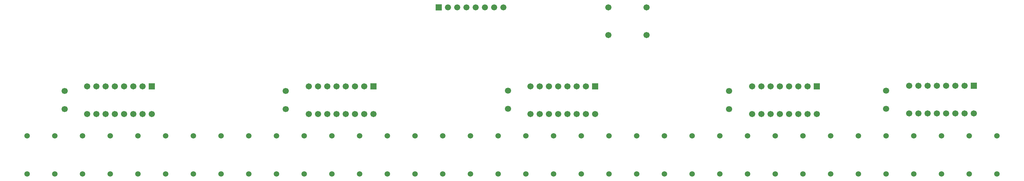
<source format=gbs>
G04 Layer: BottomSolderMaskLayer*
G04 EasyEDA v6.5.43, 2024-07-16 18:23:05*
G04 cb6e2e9fbd21486d88ae5690d2d3dc00,10*
G04 Gerber Generator version 0.2*
G04 Scale: 100 percent, Rotated: No, Reflected: No *
G04 Dimensions in inches *
G04 leading zeros omitted , absolute positions ,3 integer and 6 decimal *
%FSLAX36Y36*%
%MOIN*%

%AMMACRO1*4,1,8,-0.0318,-0.033,-0.033,-0.0318,-0.033,0.0318,-0.0318,0.033,0.0318,0.033,0.033,0.0318,0.033,-0.0318,0.0318,-0.033,-0.0318,-0.033,0*%
%AMMACRO2*4,1,8,-0.0323,-0.0335,-0.0335,-0.0323,-0.0335,0.0323,-0.0323,0.0335,0.0323,0.0335,0.0335,0.0323,0.0335,-0.0323,0.0323,-0.0335,-0.0323,-0.0335,0*%
%ADD10C,0.0669*%
%ADD11C,0.0591*%
%ADD12MACRO1*%
%ADD13C,0.0660*%
%ADD14C,0.0670*%
%ADD15MACRO2*%

%LPD*%
D10*
G01*
X1005000Y2196579D03*
G01*
X1005000Y2393429D03*
G01*
X3400000Y2196579D03*
G01*
X3400000Y2393429D03*
G01*
X5805000Y2201579D03*
G01*
X5805000Y2398429D03*
G01*
X8200000Y2196579D03*
G01*
X8200000Y2393429D03*
G01*
X9900000Y2201579D03*
G01*
X9900000Y2398429D03*
D11*
G01*
X600000Y1493310D03*
G01*
X600000Y1906689D03*
G01*
X900000Y1493310D03*
G01*
X900000Y1906689D03*
G01*
X1200000Y1493310D03*
G01*
X1200000Y1906689D03*
G01*
X1500000Y1493310D03*
G01*
X1500000Y1906689D03*
G01*
X1800000Y1493310D03*
G01*
X1800000Y1906689D03*
G01*
X2100000Y1493310D03*
G01*
X2100000Y1906689D03*
G01*
X2400000Y1493310D03*
G01*
X2400000Y1906689D03*
G01*
X2700000Y1493310D03*
G01*
X2700000Y1906689D03*
G01*
X3000000Y1493310D03*
G01*
X3000000Y1906689D03*
G01*
X3300000Y1493310D03*
G01*
X3300000Y1906689D03*
G01*
X3600000Y1493310D03*
G01*
X3600000Y1906689D03*
G01*
X3900000Y1493310D03*
G01*
X3900000Y1906689D03*
G01*
X4200000Y1493310D03*
G01*
X4200000Y1906689D03*
G01*
X4500000Y1493310D03*
G01*
X4500000Y1906689D03*
G01*
X4800000Y1493310D03*
G01*
X4800000Y1906689D03*
G01*
X5100000Y1493310D03*
G01*
X5100000Y1906689D03*
G01*
X5400000Y1493310D03*
G01*
X5400000Y1906689D03*
G01*
X5700000Y1493310D03*
G01*
X5700000Y1906689D03*
G01*
X6000000Y1493310D03*
G01*
X6000000Y1906689D03*
G01*
X6300000Y1493310D03*
G01*
X6300000Y1906689D03*
G01*
X6600000Y1493310D03*
G01*
X6600000Y1906689D03*
G01*
X6900000Y1493310D03*
G01*
X6900000Y1906689D03*
G01*
X7200000Y1493310D03*
G01*
X7200000Y1906689D03*
G01*
X7500000Y1493310D03*
G01*
X7500000Y1906689D03*
G01*
X7800000Y1493310D03*
G01*
X7800000Y1906689D03*
G01*
X8100000Y1493310D03*
G01*
X8100000Y1906689D03*
G01*
X8400000Y1493310D03*
G01*
X8400000Y1906689D03*
G01*
X8700000Y1493310D03*
G01*
X8700000Y1906689D03*
G01*
X9000000Y1493310D03*
G01*
X9000000Y1906689D03*
G01*
X9300000Y1493310D03*
G01*
X9300000Y1906689D03*
G01*
X9600000Y1493310D03*
G01*
X9600000Y1906689D03*
G01*
X9900000Y1493310D03*
G01*
X9900000Y1906689D03*
G01*
X10200000Y1493310D03*
G01*
X10200000Y1906689D03*
G01*
X10500000Y1493310D03*
G01*
X10500000Y1906689D03*
G01*
X10800000Y1493310D03*
G01*
X10800000Y1906689D03*
G01*
X11100000Y1493310D03*
G01*
X11100000Y1906689D03*
D12*
G01*
X5055000Y3300000D03*
D13*
G01*
X5155000Y3300000D03*
G01*
X5255000Y3300000D03*
G01*
X5355000Y3300000D03*
G01*
X5455000Y3300000D03*
G01*
X5555000Y3300000D03*
G01*
X5655000Y3300000D03*
G01*
X5755000Y3300000D03*
D14*
G01*
X1950000Y2145000D03*
G01*
X1850000Y2145000D03*
G01*
X1750000Y2145000D03*
G01*
X1650000Y2145000D03*
G01*
X1550000Y2145000D03*
G01*
X1450000Y2145000D03*
G01*
X1350000Y2145000D03*
G01*
X1250000Y2145000D03*
G01*
X1250000Y2445000D03*
G01*
X1350000Y2445000D03*
G01*
X1450000Y2445000D03*
G01*
X1550000Y2445000D03*
G01*
X1650000Y2445000D03*
G01*
X1750000Y2445000D03*
G01*
X1850000Y2445000D03*
D15*
G01*
X1950003Y2444998D03*
D14*
G01*
X4350000Y2145000D03*
G01*
X4250000Y2145000D03*
G01*
X4150000Y2145000D03*
G01*
X4050000Y2145000D03*
G01*
X3950000Y2145000D03*
G01*
X3850000Y2145000D03*
G01*
X3750000Y2145000D03*
G01*
X3650000Y2145000D03*
G01*
X3650000Y2445000D03*
G01*
X3750000Y2445000D03*
G01*
X3850000Y2445000D03*
G01*
X3950000Y2445000D03*
G01*
X4050000Y2445000D03*
G01*
X4150000Y2445000D03*
G01*
X4250000Y2445000D03*
D15*
G01*
X4350003Y2444998D03*
D14*
G01*
X6750000Y2145000D03*
G01*
X6650000Y2145000D03*
G01*
X6550000Y2145000D03*
G01*
X6450000Y2145000D03*
G01*
X6350000Y2145000D03*
G01*
X6250000Y2145000D03*
G01*
X6150000Y2145000D03*
G01*
X6050000Y2145000D03*
G01*
X6050000Y2445000D03*
G01*
X6150000Y2445000D03*
G01*
X6250000Y2445000D03*
G01*
X6350000Y2445000D03*
G01*
X6450000Y2445000D03*
G01*
X6550000Y2445000D03*
G01*
X6650000Y2445000D03*
D15*
G01*
X6750003Y2444998D03*
D14*
G01*
X9150000Y2145000D03*
G01*
X9050000Y2145000D03*
G01*
X8950000Y2145000D03*
G01*
X8850000Y2145000D03*
G01*
X8750000Y2145000D03*
G01*
X8650000Y2145000D03*
G01*
X8550000Y2145000D03*
G01*
X8450000Y2145000D03*
G01*
X8450000Y2445000D03*
G01*
X8550000Y2445000D03*
G01*
X8650000Y2445000D03*
G01*
X8750000Y2445000D03*
G01*
X8850000Y2445000D03*
G01*
X8950000Y2445000D03*
G01*
X9050000Y2445000D03*
D15*
G01*
X9150003Y2444998D03*
D14*
G01*
X10850000Y2150000D03*
G01*
X10750000Y2150000D03*
G01*
X10650000Y2150000D03*
G01*
X10550000Y2150000D03*
G01*
X10450000Y2150000D03*
G01*
X10350000Y2150000D03*
G01*
X10250000Y2150000D03*
G01*
X10150000Y2150000D03*
G01*
X10150000Y2450000D03*
G01*
X10250000Y2450000D03*
G01*
X10350000Y2450000D03*
G01*
X10450000Y2450000D03*
G01*
X10550000Y2450000D03*
G01*
X10650000Y2450000D03*
G01*
X10750000Y2450000D03*
D15*
G01*
X10850003Y2449998D03*
D14*
G01*
X6893310Y3000000D03*
G01*
X7306689Y3000000D03*
G01*
X7306689Y3300000D03*
G01*
X6893310Y3300000D03*
M02*

</source>
